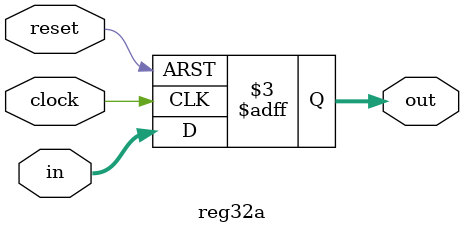
<source format=v>
module reg32a(in, clock, reset, out);
    input [31:0] in;
    input clock, reset;
    output [31:0] out;
    reg [31:0] out;

    always @(posedge clock or posedge reset) begin
        if (reset == 1'b1)
            out <= 32'h00000000;
        else
            out <= in;
    end
endmodule

</source>
